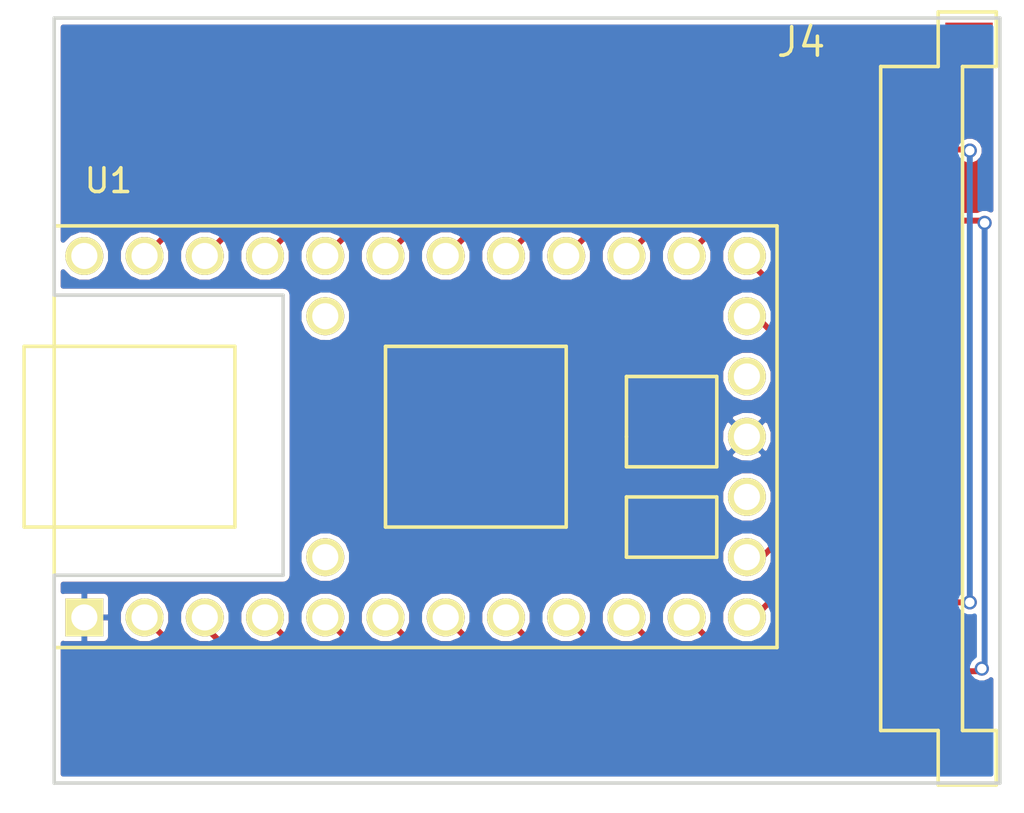
<source format=kicad_pcb>
(kicad_pcb (version 4) (host pcbnew 4.0.7)

  (general
    (links 30)
    (no_connects 0)
    (area 136.830999 83.236999 176.859001 115.645001)
    (thickness 1.6)
    (drawings 8)
    (tracks 137)
    (zones 0)
    (modules 2)
    (nets 26)
  )

  (page A4)
  (layers
    (0 F.Cu signal)
    (31 B.Cu signal)
    (32 B.Adhes user)
    (33 F.Adhes user)
    (34 B.Paste user)
    (35 F.Paste user)
    (36 B.SilkS user)
    (37 F.SilkS user)
    (38 B.Mask user)
    (39 F.Mask user)
    (40 Dwgs.User user)
    (41 Cmts.User user)
    (42 Eco1.User user)
    (43 Eco2.User user)
    (44 Edge.Cuts user)
    (45 Margin user)
    (46 B.CrtYd user)
    (47 F.CrtYd user)
    (48 B.Fab user)
    (49 F.Fab user)
  )

  (setup
    (last_trace_width 0.25)
    (trace_clearance 0.2)
    (zone_clearance 0.2)
    (zone_45_only no)
    (trace_min 0.2)
    (segment_width 0.2)
    (edge_width 0.15)
    (via_size 0.6)
    (via_drill 0.4)
    (via_min_size 0.4)
    (via_min_drill 0.3)
    (uvia_size 0.3)
    (uvia_drill 0.1)
    (uvias_allowed no)
    (uvia_min_size 0.2)
    (uvia_min_drill 0.1)
    (pcb_text_width 0.3)
    (pcb_text_size 1.5 1.5)
    (mod_edge_width 0.15)
    (mod_text_size 1 1)
    (mod_text_width 0.15)
    (pad_size 1.5 2)
    (pad_drill 0)
    (pad_to_mask_clearance 0.2)
    (aux_axis_origin 177.8 82.55)
    (grid_origin 177.8 82.55)
    (visible_elements 7FFFFFFF)
    (pcbplotparams
      (layerselection 0x010f0_80000001)
      (usegerberextensions true)
      (usegerberattributes true)
      (excludeedgelayer true)
      (linewidth 0.100000)
      (plotframeref false)
      (viasonmask false)
      (mode 1)
      (useauxorigin true)
      (hpglpennumber 1)
      (hpglpenspeed 20)
      (hpglpendiameter 15)
      (hpglpenoverlay 2)
      (psnegative false)
      (psa4output false)
      (plotreference false)
      (plotvalue false)
      (plotinvisibletext false)
      (padsonsilk false)
      (subtractmaskfromsilk false)
      (outputformat 1)
      (mirror false)
      (drillshape 0)
      (scaleselection 1)
      (outputdirectory gerbers/))
  )

  (net 0 "")
  (net 1 GND)
  (net 2 ROW2)
  (net 3 ROW1)
  (net 4 COL0)
  (net 5 ROW0)
  (net 6 COL1)
  (net 7 ROW3)
  (net 8 COL2)
  (net 9 ROW4)
  (net 10 COL3)
  (net 11 ROW5)
  (net 12 COL4)
  (net 13 COL5)
  (net 14 ROW6)
  (net 15 COL6)
  (net 16 COL7)
  (net 17 ROW7)
  (net 18 ROW8)
  (net 19 ROW9)
  (net 20 ROW10)
  (net 21 ROW11)
  (net 22 ROW12)
  (net 23 ROW13)
  (net 24 ROW14)
  (net 25 ROW15)

  (net_class Default "This is the default net class."
    (clearance 0.2)
    (trace_width 0.25)
    (via_dia 0.6)
    (via_drill 0.4)
    (uvia_dia 0.3)
    (uvia_drill 0.1)
    (add_net COL0)
    (add_net COL1)
    (add_net COL2)
    (add_net COL3)
    (add_net COL4)
    (add_net COL5)
    (add_net COL6)
    (add_net COL7)
    (add_net GND)
    (add_net ROW0)
    (add_net ROW1)
    (add_net ROW10)
    (add_net ROW11)
    (add_net ROW12)
    (add_net ROW13)
    (add_net ROW14)
    (add_net ROW15)
    (add_net ROW2)
    (add_net ROW3)
    (add_net ROW4)
    (add_net ROW5)
    (add_net ROW6)
    (add_net ROW7)
    (add_net ROW8)
    (add_net ROW9)
  )

  (module .pretty:FPC_28 (layer F.Cu) (tedit 5AA573DA) (tstamp 5AA56983)
    (at 173.482 99.354 90)
    (path /5AA56277)
    (fp_text reference J4 (at 15.026 -5.08 180) (layer F.SilkS)
      (effects (font (size 1.2 1.2) (thickness 0.15)))
    )
    (fp_text value Conn_01x30 (at -0.214 2.794 90) (layer F.Fab)
      (effects (font (size 1.2 1.2) (thickness 0.15)))
    )
    (fp_line (start -14 -1.725) (end 14 -1.725) (layer F.SilkS) (width 0.15))
    (fp_line (start -14 1.725) (end 14 1.725) (layer F.SilkS) (width 0.15))
    (fp_line (start -14 1.725) (end -14 3.15) (layer F.SilkS) (width 0.15))
    (fp_line (start 14 1.725) (end 14 3.15) (layer F.SilkS) (width 0.15))
    (fp_line (start -14 3.15) (end -16.3 3.15) (layer F.SilkS) (width 0.15))
    (fp_line (start 14 3.15) (end 16.3 3.15) (layer F.SilkS) (width 0.15))
    (fp_line (start -16.3 3.15) (end -16.3 0.7) (layer F.SilkS) (width 0.15))
    (fp_line (start 16.3 3.15) (end 16.3 0.7) (layer F.SilkS) (width 0.15))
    (fp_line (start -16.3 0.7) (end -14 0.7) (layer F.SilkS) (width 0.15))
    (fp_line (start 16.3 0.7) (end 14 0.7) (layer F.SilkS) (width 0.15))
    (fp_line (start -14 0.7) (end -14 -1.725) (layer F.SilkS) (width 0.15))
    (fp_line (start 14 0.7) (end 14 -1.725) (layer F.SilkS) (width 0.15))
    (pad 1 smd rect (at -13.5 0 90) (size 0.5 3) (layers F.Cu F.Paste F.Mask)
      (net 5 ROW0))
    (pad 2 smd rect (at -12.5 0 90) (size 0.5 3) (layers F.Cu F.Paste F.Mask)
      (net 4 COL0))
    (pad 3 smd rect (at -11.5 0 90) (size 0.5 3) (layers F.Cu F.Paste F.Mask)
      (net 3 ROW1))
    (pad 4 smd rect (at -10.5 0 90) (size 0.5 3) (layers F.Cu F.Paste F.Mask)
      (net 2 ROW2))
    (pad 5 smd rect (at -9.5 0 90) (size 0.5 3) (layers F.Cu F.Paste F.Mask)
      (net 6 COL1))
    (pad 6 smd rect (at -8.5 0 90) (size 0.5 3) (layers F.Cu F.Paste F.Mask)
      (net 7 ROW3))
    (pad 7 smd rect (at -7.5 0 90) (size 0.5 3) (layers F.Cu F.Paste F.Mask)
      (net 8 COL2))
    (pad 8 smd rect (at -6.5 0 90) (size 0.5 3) (layers F.Cu F.Paste F.Mask)
      (net 9 ROW4))
    (pad 9 smd rect (at -5.5 0 90) (size 0.5 3) (layers F.Cu F.Paste F.Mask)
      (net 10 COL3))
    (pad 10 smd rect (at -4.5 0 90) (size 0.5 3) (layers F.Cu F.Paste F.Mask)
      (net 11 ROW5))
    (pad 11 smd rect (at -3.5 0 90) (size 0.5 3) (layers F.Cu F.Paste F.Mask)
      (net 12 COL4))
    (pad 12 smd rect (at -2.5 0 90) (size 0.5 3) (layers F.Cu F.Paste F.Mask)
      (net 13 COL5))
    (pad 13 smd rect (at -1.5 0 90) (size 0.5 3) (layers F.Cu F.Paste F.Mask)
      (net 14 ROW6))
    (pad 14 smd rect (at -0.5 0 90) (size 0.5 3) (layers F.Cu F.Paste F.Mask)
      (net 15 COL6))
    (pad 15 smd rect (at 0.5 0 90) (size 0.5 3) (layers F.Cu F.Paste F.Mask)
      (net 16 COL7))
    (pad 16 smd rect (at 1.5 0 90) (size 0.5 3) (layers F.Cu F.Paste F.Mask)
      (net 17 ROW7))
    (pad 17 smd rect (at 2.5 0 90) (size 0.5 3) (layers F.Cu F.Paste F.Mask)
      (net 18 ROW8))
    (pad 18 smd rect (at 3.5 0 90) (size 0.5 3) (layers F.Cu F.Paste F.Mask)
      (net 19 ROW9))
    (pad 19 smd rect (at 4.5 0 90) (size 0.5 3) (layers F.Cu F.Paste F.Mask)
      (net 20 ROW10))
    (pad 20 smd rect (at 5.5 0 90) (size 0.5 3) (layers F.Cu F.Paste F.Mask)
      (net 21 ROW11))
    (pad 21 smd rect (at 6.5 0 90) (size 0.5 3) (layers F.Cu F.Paste F.Mask)
      (net 22 ROW12))
    (pad 22 smd rect (at 7.5 0 90) (size 0.5 3) (layers F.Cu F.Paste F.Mask)
      (net 3 ROW1))
    (pad 23 smd rect (at 8.5 0 90) (size 0.5 3) (layers F.Cu F.Paste F.Mask)
      (net 23 ROW13))
    (pad 24 smd rect (at 9.5 0 90) (size 0.5 3) (layers F.Cu F.Paste F.Mask)
      (net 24 ROW14))
    (pad 25 smd rect (at 10.5 0 90) (size 0.5 3) (layers F.Cu F.Paste F.Mask)
      (net 7 ROW3))
    (pad 26 smd rect (at 11.5 0 90) (size 0.5 3) (layers F.Cu F.Paste F.Mask)
      (net 25 ROW15))
    (pad 27 smd rect (at 12.5 0 90) (size 0.5 3) (layers F.Cu F.Paste F.Mask))
    (pad 28 smd rect (at 13.5 0 90) (size 0.5 3) (layers F.Cu F.Paste F.Mask)
      (net 1 GND))
    (pad 29 smd rect (at -15.1 2 90) (size 1.5 2) (layers F.Cu F.Paste F.Mask)
      (net 1 GND))
    (pad 30 smd rect (at 15.1 2 90) (size 1.5 2) (layers F.Cu F.Paste F.Mask)
      (net 1 GND))
  )

  (module teensy:Teensy2.0 (layer F.Cu) (tedit 581B9E8B) (tstamp 5AA569CB)
    (at 152.146 100.965)
    (descr 11)
    (path /5AA58B8A)
    (fp_text reference U1 (at -12.954 -10.795) (layer F.SilkS)
      (effects (font (size 1 1) (thickness 0.15)))
    )
    (fp_text value Teensy2.0 (at 0 10.16) (layer F.Fab)
      (effects (font (size 1 1) (thickness 0.15)))
    )
    (fp_line (start 12.7 2.54) (end 8.89 2.54) (layer F.SilkS) (width 0.15))
    (fp_line (start 8.89 2.54) (end 8.89 5.08) (layer F.SilkS) (width 0.15))
    (fp_line (start 8.89 5.08) (end 12.7 5.08) (layer F.SilkS) (width 0.15))
    (fp_line (start 12.7 5.08) (end 12.7 2.54) (layer F.SilkS) (width 0.15))
    (fp_line (start 12.7 -2.54) (end 8.89 -2.54) (layer F.SilkS) (width 0.15))
    (fp_line (start 8.89 -2.54) (end 8.89 0) (layer F.SilkS) (width 0.15))
    (fp_line (start 8.89 0) (end 8.89 1.27) (layer F.SilkS) (width 0.15))
    (fp_line (start 8.89 1.27) (end 12.7 1.27) (layer F.SilkS) (width 0.15))
    (fp_line (start 12.7 1.27) (end 12.7 -2.54) (layer F.SilkS) (width 0.15))
    (fp_line (start -1.27 3.81) (end 6.35 3.81) (layer F.SilkS) (width 0.15))
    (fp_line (start 6.35 3.81) (end 6.35 -3.81) (layer F.SilkS) (width 0.15))
    (fp_line (start 6.35 -3.81) (end -1.27 -3.81) (layer F.SilkS) (width 0.15))
    (fp_line (start -1.27 -3.81) (end -1.27 3.81) (layer F.SilkS) (width 0.15))
    (fp_line (start -7.62 3.81) (end -16.51 3.81) (layer F.SilkS) (width 0.15))
    (fp_line (start -16.51 3.81) (end -16.51 -3.81) (layer F.SilkS) (width 0.15))
    (fp_line (start -16.51 -3.81) (end -7.62 -3.81) (layer F.SilkS) (width 0.15))
    (fp_line (start -7.62 -3.81) (end -7.62 3.81) (layer F.SilkS) (width 0.15))
    (fp_line (start -15.24 -8.89) (end 15.24 -8.89) (layer F.SilkS) (width 0.15))
    (fp_line (start 15.24 -8.89) (end 15.24 8.89) (layer F.SilkS) (width 0.15))
    (fp_line (start 15.24 8.89) (end -15.24 8.89) (layer F.SilkS) (width 0.15))
    (fp_line (start -15.24 8.89) (end -15.24 -8.89) (layer F.SilkS) (width 0.15))
    (pad 15 thru_hole circle (at 13.97 0) (size 1.6 1.6) (drill 1.1) (layers *.Cu *.Mask F.SilkS)
      (net 1 GND))
    (pad 1 thru_hole rect (at -13.97 7.62) (size 1.6 1.6) (drill 1.1) (layers *.Cu *.Mask F.SilkS)
      (net 1 GND))
    (pad 2 thru_hole circle (at -11.43 7.62) (size 1.6 1.6) (drill 1.1) (layers *.Cu *.Mask F.SilkS)
      (net 5 ROW0))
    (pad 3 thru_hole circle (at -8.89 7.62) (size 1.6 1.6) (drill 1.1) (layers *.Cu *.Mask F.SilkS)
      (net 4 COL0))
    (pad 4 thru_hole circle (at -6.35 7.62) (size 1.6 1.6) (drill 1.1) (layers *.Cu *.Mask F.SilkS)
      (net 3 ROW1))
    (pad 5 thru_hole circle (at -3.81 7.62) (size 1.6 1.6) (drill 1.1) (layers *.Cu *.Mask F.SilkS)
      (net 2 ROW2))
    (pad 6 thru_hole circle (at -1.27 7.62) (size 1.6 1.6) (drill 1.1) (layers *.Cu *.Mask F.SilkS)
      (net 6 COL1))
    (pad 7 thru_hole circle (at 1.27 7.62) (size 1.6 1.6) (drill 1.1) (layers *.Cu *.Mask F.SilkS)
      (net 7 ROW3))
    (pad 8 thru_hole circle (at 3.81 7.62) (size 1.6 1.6) (drill 1.1) (layers *.Cu *.Mask F.SilkS)
      (net 8 COL2))
    (pad 9 thru_hole circle (at 6.35 7.62) (size 1.6 1.6) (drill 1.1) (layers *.Cu *.Mask F.SilkS)
      (net 9 ROW4))
    (pad 10 thru_hole circle (at 8.89 7.62) (size 1.6 1.6) (drill 1.1) (layers *.Cu *.Mask F.SilkS)
      (net 10 COL3))
    (pad 11 thru_hole circle (at 11.43 7.62) (size 1.6 1.6) (drill 1.1) (layers *.Cu *.Mask F.SilkS)
      (net 11 ROW5))
    (pad 12 thru_hole circle (at 13.97 7.62) (size 1.6 1.6) (drill 1.1) (layers *.Cu *.Mask F.SilkS)
      (net 12 COL4))
    (pad 13 thru_hole circle (at 13.97 5.08) (size 1.6 1.6) (drill 1.1) (layers *.Cu *.Mask F.SilkS)
      (net 13 COL5))
    (pad 14 thru_hole circle (at 13.97 2.54) (size 1.6 1.6) (drill 1.1) (layers *.Cu *.Mask F.SilkS))
    (pad 16 thru_hole circle (at 13.97 -2.54) (size 1.6 1.6) (drill 1.1) (layers *.Cu *.Mask F.SilkS))
    (pad 17 thru_hole circle (at 13.97 -5.08) (size 1.6 1.6) (drill 1.1) (layers *.Cu *.Mask F.SilkS)
      (net 14 ROW6))
    (pad 18 thru_hole circle (at 13.97 -7.62) (size 1.6 1.6) (drill 1.1) (layers *.Cu *.Mask F.SilkS)
      (net 15 COL6))
    (pad 19 thru_hole circle (at 11.43 -7.62) (size 1.6 1.6) (drill 1.1) (layers *.Cu *.Mask F.SilkS)
      (net 16 COL7))
    (pad 20 thru_hole circle (at 8.89 -7.62) (size 1.6 1.6) (drill 1.1) (layers *.Cu *.Mask F.SilkS)
      (net 17 ROW7))
    (pad 21 thru_hole circle (at 6.35 -7.62) (size 1.6 1.6) (drill 1.1) (layers *.Cu *.Mask F.SilkS)
      (net 18 ROW8))
    (pad 22 thru_hole circle (at 3.81 -7.62) (size 1.6 1.6) (drill 1.1) (layers *.Cu *.Mask F.SilkS)
      (net 19 ROW9))
    (pad 23 thru_hole circle (at 1.27 -7.62) (size 1.6 1.6) (drill 1.1) (layers *.Cu *.Mask F.SilkS)
      (net 20 ROW10))
    (pad 24 thru_hole circle (at -1.27 -7.62) (size 1.6 1.6) (drill 1.1) (layers *.Cu *.Mask F.SilkS)
      (net 21 ROW11))
    (pad 25 thru_hole circle (at -3.81 -7.62) (size 1.6 1.6) (drill 1.1) (layers *.Cu *.Mask F.SilkS)
      (net 22 ROW12))
    (pad 26 thru_hole circle (at -6.35 -7.62) (size 1.6 1.6) (drill 1.1) (layers *.Cu *.Mask F.SilkS)
      (net 23 ROW13))
    (pad 27 thru_hole circle (at -8.89 -7.62) (size 1.6 1.6) (drill 1.1) (layers *.Cu *.Mask F.SilkS)
      (net 24 ROW14))
    (pad 28 thru_hole circle (at -11.43 -7.62) (size 1.6 1.6) (drill 1.1) (layers *.Cu *.Mask F.SilkS)
      (net 25 ROW15))
    (pad 29 thru_hole circle (at -13.97 -7.62) (size 1.6 1.6) (drill 1.1) (layers *.Cu *.Mask F.SilkS))
    (pad 30 thru_hole circle (at -3.81 5.08) (size 1.6 1.6) (drill 1.1) (layers *.Cu *.Mask F.SilkS))
    (pad 31 thru_hole circle (at -3.81 -5.08) (size 1.6 1.6) (drill 1.1) (layers *.Cu *.Mask F.SilkS))
  )

  (gr_line (start 136.906 94.996) (end 136.906 83.312) (layer Edge.Cuts) (width 0.15))
  (gr_line (start 136.906 106.807) (end 136.906 115.57) (layer Edge.Cuts) (width 0.15))
  (gr_line (start 146.558 106.807) (end 136.906 106.807) (layer Edge.Cuts) (width 0.15))
  (gr_line (start 146.558 94.996) (end 146.558 106.807) (layer Edge.Cuts) (width 0.15))
  (gr_line (start 136.906 94.996) (end 146.558 94.996) (layer Edge.Cuts) (width 0.15))
  (gr_line (start 136.906 83.312) (end 176.784 83.312) (layer Edge.Cuts) (width 0.15))
  (gr_line (start 176.784 115.57) (end 136.906 115.57) (layer Edge.Cuts) (width 0.15))
  (gr_line (start 176.784 83.312) (end 176.784 115.57) (layer Edge.Cuts) (width 0.15))

  (segment (start 172.049827 109.854) (end 173.482 109.854) (width 0.25) (layer F.Cu) (net 2))
  (segment (start 159.045327 111.806971) (end 159.668202 112.429846) (width 0.25) (layer F.Cu) (net 2))
  (segment (start 148.336 108.585) (end 151.55797 111.80697) (width 0.25) (layer F.Cu) (net 2))
  (segment (start 159.668202 112.429846) (end 169.473981 112.429846) (width 0.25) (layer F.Cu) (net 2))
  (segment (start 169.473981 112.429846) (end 172.049827 109.854) (width 0.25) (layer F.Cu) (net 2))
  (segment (start 151.55797 111.80697) (end 159.045327 111.806971) (width 0.25) (layer F.Cu) (net 2))
  (segment (start 158.858926 112.256981) (end 159.481802 112.879857) (width 0.25) (layer F.Cu) (net 3))
  (segment (start 172.039216 110.854) (end 173.482 110.854) (width 0.25) (layer F.Cu) (net 3))
  (segment (start 149.46798 112.25698) (end 158.858926 112.256981) (width 0.25) (layer F.Cu) (net 3))
  (segment (start 159.481802 112.879857) (end 170.013359 112.879857) (width 0.25) (layer F.Cu) (net 3))
  (segment (start 145.796 108.585) (end 149.46798 112.25698) (width 0.25) (layer F.Cu) (net 3))
  (segment (start 170.013359 112.879857) (end 172.039216 110.854) (width 0.25) (layer F.Cu) (net 3))
  (segment (start 176.022 110.744) (end 175.912 110.854) (width 0.25) (layer F.Cu) (net 3))
  (segment (start 175.912 110.854) (end 173.482 110.854) (width 0.25) (layer F.Cu) (net 3))
  (segment (start 176.139 91.948) (end 176.139 110.627) (width 0.25) (layer B.Cu) (net 3))
  (segment (start 176.139 110.627) (end 176.022 110.744) (width 0.25) (layer B.Cu) (net 3))
  (via (at 176.022 110.744) (size 0.6) (drill 0.4) (layers F.Cu B.Cu) (net 3))
  (segment (start 173.482 91.854) (end 176.045 91.854) (width 0.25) (layer F.Cu) (net 3))
  (segment (start 176.045 91.854) (end 176.139 91.948) (width 0.25) (layer F.Cu) (net 3))
  (via (at 176.139 91.948) (size 0.6) (drill 0.4) (layers F.Cu B.Cu) (net 3))
  (segment (start 171.863735 111.854) (end 173.482 111.854) (width 0.25) (layer F.Cu) (net 4))
  (segment (start 159.295402 113.329868) (end 170.387867 113.329868) (width 0.25) (layer F.Cu) (net 4))
  (segment (start 143.256 108.585) (end 143.256 108.96872) (width 0.25) (layer F.Cu) (net 4))
  (segment (start 170.387867 113.329868) (end 171.863735 111.854) (width 0.25) (layer F.Cu) (net 4))
  (segment (start 146.99427 112.70699) (end 158.672525 112.706991) (width 0.25) (layer F.Cu) (net 4))
  (segment (start 143.256 108.96872) (end 146.99427 112.70699) (width 0.25) (layer F.Cu) (net 4))
  (segment (start 158.672525 112.706991) (end 159.295402 113.329868) (width 0.25) (layer F.Cu) (net 4))
  (segment (start 172.088562 112.854) (end 173.482 112.854) (width 0.25) (layer F.Cu) (net 5))
  (segment (start 171.162683 113.779879) (end 172.088562 112.854) (width 0.25) (layer F.Cu) (net 5))
  (segment (start 145.288 113.157) (end 158.486124 113.157001) (width 0.25) (layer F.Cu) (net 5))
  (segment (start 158.486124 113.157001) (end 159.109002 113.779879) (width 0.25) (layer F.Cu) (net 5))
  (segment (start 159.109002 113.779879) (end 171.162683 113.779879) (width 0.25) (layer F.Cu) (net 5))
  (segment (start 140.716 108.585) (end 145.288 113.157) (width 0.25) (layer F.Cu) (net 5))
  (segment (start 159.231728 111.356961) (end 159.854602 111.979835) (width 0.25) (layer F.Cu) (net 6))
  (segment (start 153.64796 111.35696) (end 159.231728 111.356961) (width 0.25) (layer F.Cu) (net 6))
  (segment (start 168.95459 111.979835) (end 172.080425 108.854) (width 0.25) (layer F.Cu) (net 6))
  (segment (start 159.854602 111.979835) (end 168.95459 111.979835) (width 0.25) (layer F.Cu) (net 6))
  (segment (start 172.080425 108.854) (end 173.482 108.854) (width 0.25) (layer F.Cu) (net 6))
  (segment (start 150.876 108.585) (end 153.64796 111.35696) (width 0.25) (layer F.Cu) (net 6))
  (segment (start 160.041002 111.529824) (end 168.415211 111.529824) (width 0.25) (layer F.Cu) (net 7))
  (segment (start 153.416 108.585) (end 155.73795 110.90695) (width 0.25) (layer F.Cu) (net 7))
  (segment (start 159.418129 110.906951) (end 160.041002 111.529824) (width 0.25) (layer F.Cu) (net 7))
  (segment (start 168.415211 111.529824) (end 172.091035 107.854) (width 0.25) (layer F.Cu) (net 7))
  (segment (start 172.091035 107.854) (end 173.482 107.854) (width 0.25) (layer F.Cu) (net 7))
  (segment (start 155.73795 110.90695) (end 159.418129 110.906951) (width 0.25) (layer F.Cu) (net 7))
  (segment (start 175.514 107.95) (end 173.578 107.95) (width 0.25) (layer F.Cu) (net 7))
  (segment (start 173.578 107.95) (end 173.482 107.854) (width 0.25) (layer F.Cu) (net 7))
  (segment (start 175.514 88.9) (end 175.514 107.95) (width 0.25) (layer B.Cu) (net 7))
  (via (at 175.514 107.95) (size 0.6) (drill 0.4) (layers F.Cu B.Cu) (net 7))
  (segment (start 173.482 88.854) (end 175.468 88.854) (width 0.25) (layer F.Cu) (net 7))
  (segment (start 175.468 88.854) (end 175.514 88.9) (width 0.25) (layer F.Cu) (net 7))
  (via (at 175.514 88.9) (size 0.6) (drill 0.4) (layers F.Cu B.Cu) (net 7))
  (segment (start 159.604529 110.45694) (end 160.227402 111.079813) (width 0.25) (layer F.Cu) (net 8))
  (segment (start 160.227402 111.079813) (end 167.880617 111.079813) (width 0.25) (layer F.Cu) (net 8))
  (segment (start 157.82794 110.45694) (end 159.604529 110.45694) (width 0.25) (layer F.Cu) (net 8))
  (segment (start 155.956 108.585) (end 157.82794 110.45694) (width 0.25) (layer F.Cu) (net 8))
  (segment (start 167.880617 111.079813) (end 172.10643 106.854) (width 0.25) (layer F.Cu) (net 8))
  (segment (start 172.10643 106.854) (end 173.482 106.854) (width 0.25) (layer F.Cu) (net 8))
  (segment (start 158.496 108.585) (end 160.540802 110.629802) (width 0.25) (layer F.Cu) (net 9))
  (segment (start 172.134599 105.854) (end 173.482 105.854) (width 0.25) (layer F.Cu) (net 9))
  (segment (start 160.540802 110.629802) (end 167.358797 110.629802) (width 0.25) (layer F.Cu) (net 9))
  (segment (start 167.358797 110.629802) (end 172.134599 105.854) (width 0.25) (layer F.Cu) (net 9))
  (segment (start 172.146998 105.854) (end 173.482 105.854) (width 0.25) (layer F.Cu) (net 9))
  (segment (start 169.983991 107.017007) (end 172.146998 104.854) (width 0.25) (layer F.Cu) (net 10))
  (segment (start 167.172397 110.179791) (end 169.983991 107.368197) (width 0.25) (layer F.Cu) (net 10))
  (segment (start 161.036 108.585) (end 162.630791 110.179791) (width 0.25) (layer F.Cu) (net 10))
  (segment (start 169.983991 107.368197) (end 169.983991 107.017007) (width 0.25) (layer F.Cu) (net 10))
  (segment (start 172.146998 104.854) (end 173.482 104.854) (width 0.25) (layer F.Cu) (net 10))
  (segment (start 162.630791 110.179791) (end 167.172397 110.179791) (width 0.25) (layer F.Cu) (net 10))
  (segment (start 166.985997 109.72978) (end 169.53398 107.181797) (width 0.25) (layer F.Cu) (net 11))
  (segment (start 164.72078 109.72978) (end 166.985997 109.72978) (width 0.25) (layer F.Cu) (net 11))
  (segment (start 169.533981 106.467017) (end 172.146998 103.854) (width 0.25) (layer F.Cu) (net 11))
  (segment (start 169.53398 107.181797) (end 169.533981 106.467017) (width 0.25) (layer F.Cu) (net 11))
  (segment (start 172.146998 103.854) (end 173.482 103.854) (width 0.25) (layer F.Cu) (net 11))
  (segment (start 163.576 108.585) (end 164.72078 109.72978) (width 0.25) (layer F.Cu) (net 11))
  (segment (start 166.116 108.585) (end 166.415998 108.585) (width 0.25) (layer F.Cu) (net 12))
  (segment (start 166.415998 108.585) (end 172.146998 102.854) (width 0.25) (layer F.Cu) (net 12))
  (segment (start 172.146998 102.854) (end 173.482 102.854) (width 0.25) (layer F.Cu) (net 12))
  (segment (start 166.116 106.045) (end 166.751 106.045) (width 0.25) (layer F.Cu) (net 13))
  (segment (start 166.751 106.045) (end 170.942 101.854) (width 0.25) (layer F.Cu) (net 13))
  (segment (start 170.942 101.854) (end 173.482 101.854) (width 0.25) (layer F.Cu) (net 13))
  (segment (start 166.497 95.885) (end 171.466 100.854) (width 0.25) (layer F.Cu) (net 14))
  (segment (start 171.466 100.854) (end 173.482 100.854) (width 0.25) (layer F.Cu) (net 14))
  (segment (start 166.116 95.885) (end 166.497 95.885) (width 0.25) (layer F.Cu) (net 14))
  (segment (start 166.116 93.345) (end 166.116 93.472) (width 0.25) (layer F.Cu) (net 15))
  (segment (start 166.116 93.472) (end 167.498942 94.854942) (width 0.25) (layer F.Cu) (net 15))
  (segment (start 167.498942 94.854942) (end 167.498942 95.642718) (width 0.25) (layer F.Cu) (net 15))
  (segment (start 167.498942 95.642718) (end 171.710224 99.854) (width 0.25) (layer F.Cu) (net 15))
  (segment (start 171.710224 99.854) (end 173.482 99.854) (width 0.25) (layer F.Cu) (net 15))
  (segment (start 163.576 93.345) (end 164.973 91.948) (width 0.25) (layer F.Cu) (net 16))
  (segment (start 168.01541 93.24263) (end 168.01541 95.056958) (width 0.25) (layer F.Cu) (net 16))
  (segment (start 164.973 91.948) (end 166.72078 91.948) (width 0.25) (layer F.Cu) (net 16))
  (segment (start 166.72078 91.948) (end 168.01541 93.24263) (width 0.25) (layer F.Cu) (net 16))
  (segment (start 168.01541 95.056958) (end 171.812452 98.854) (width 0.25) (layer F.Cu) (net 16))
  (segment (start 171.812452 98.854) (end 173.482 98.854) (width 0.25) (layer F.Cu) (net 16))
  (segment (start 173.482 97.854) (end 171.816267 97.854) (width 0.25) (layer F.Cu) (net 17))
  (segment (start 171.816267 97.854) (end 168.465421 94.503154) (width 0.25) (layer F.Cu) (net 17))
  (segment (start 168.465421 94.503154) (end 168.465421 93.05623) (width 0.25) (layer F.Cu) (net 17))
  (segment (start 168.465421 93.05623) (end 166.90718 91.497989) (width 0.25) (layer F.Cu) (net 17))
  (segment (start 162.88301 91.49799) (end 161.036 93.345) (width 0.25) (layer F.Cu) (net 17))
  (segment (start 166.90718 91.497989) (end 162.88301 91.49799) (width 0.25) (layer F.Cu) (net 17))
  (segment (start 173.482 96.854) (end 171.780716 96.854) (width 0.25) (layer F.Cu) (net 18))
  (segment (start 171.780716 96.854) (end 168.915432 93.988716) (width 0.25) (layer F.Cu) (net 18))
  (segment (start 160.79302 91.04798) (end 158.496 93.345) (width 0.25) (layer F.Cu) (net 18))
  (segment (start 168.915432 93.988716) (end 168.915432 92.86983) (width 0.25) (layer F.Cu) (net 18))
  (segment (start 168.915432 92.86983) (end 167.093579 91.047979) (width 0.25) (layer F.Cu) (net 18))
  (segment (start 167.093579 91.047979) (end 160.79302 91.04798) (width 0.25) (layer F.Cu) (net 18))
  (segment (start 173.482 95.854) (end 171.745165 95.854) (width 0.25) (layer F.Cu) (net 19))
  (segment (start 171.745165 95.854) (end 169.365443 93.474278) (width 0.25) (layer F.Cu) (net 19))
  (segment (start 169.365443 93.474278) (end 169.365443 92.68343) (width 0.25) (layer F.Cu) (net 19))
  (segment (start 169.365443 92.68343) (end 167.279978 90.597969) (width 0.25) (layer F.Cu) (net 19))
  (segment (start 167.279978 90.597969) (end 158.70303 90.59797) (width 0.25) (layer F.Cu) (net 19))
  (segment (start 158.70303 90.59797) (end 155.956 93.345) (width 0.25) (layer F.Cu) (net 19))
  (segment (start 156.61304 90.14796) (end 153.416 93.345) (width 0.25) (layer F.Cu) (net 20))
  (segment (start 167.466367 90.14796) (end 156.61304 90.14796) (width 0.25) (layer F.Cu) (net 20))
  (segment (start 172.172418 94.854) (end 167.466377 90.147959) (width 0.25) (layer F.Cu) (net 20))
  (segment (start 167.466377 90.147959) (end 167.466367 90.14796) (width 0.25) (layer F.Cu) (net 20))
  (segment (start 173.482 94.854) (end 172.172418 94.854) (width 0.25) (layer F.Cu) (net 20))
  (segment (start 167.678384 89.69795) (end 154.52305 89.69795) (width 0.25) (layer F.Cu) (net 21))
  (segment (start 171.834434 93.854) (end 167.678384 89.69795) (width 0.25) (layer F.Cu) (net 21))
  (segment (start 154.52305 89.69795) (end 150.876 93.345) (width 0.25) (layer F.Cu) (net 21))
  (segment (start 173.482 93.854) (end 171.834434 93.854) (width 0.25) (layer F.Cu) (net 21))
  (segment (start 171.501729 92.854) (end 167.895669 89.24794) (width 0.25) (layer F.Cu) (net 22))
  (segment (start 173.482 92.854) (end 171.501729 92.854) (width 0.25) (layer F.Cu) (net 22))
  (segment (start 152.43306 89.24794) (end 148.336 93.345) (width 0.25) (layer F.Cu) (net 22))
  (segment (start 167.895669 89.24794) (end 152.43306 89.24794) (width 0.25) (layer F.Cu) (net 22))
  (segment (start 173.482 90.854) (end 170.169021 90.854) (width 0.25) (layer F.Cu) (net 23))
  (segment (start 168.112951 88.79793) (end 150.34307 88.79793) (width 0.25) (layer F.Cu) (net 23))
  (segment (start 170.169021 90.854) (end 168.112951 88.79793) (width 0.25) (layer F.Cu) (net 23))
  (segment (start 150.34307 88.79793) (end 145.796 93.345) (width 0.25) (layer F.Cu) (net 23))
  (segment (start 173.482 89.854) (end 169.805435 89.854) (width 0.25) (layer F.Cu) (net 24))
  (segment (start 169.805435 89.854) (end 168.299355 88.34792) (width 0.25) (layer F.Cu) (net 24))
  (segment (start 148.25308 88.34792) (end 143.256 93.345) (width 0.25) (layer F.Cu) (net 24))
  (segment (start 168.299355 88.34792) (end 148.25308 88.34792) (width 0.25) (layer F.Cu) (net 24))
  (segment (start 173.482 87.854) (end 146.228288 87.854) (width 0.25) (layer F.Cu) (net 25))
  (segment (start 146.228288 87.854) (end 140.737288 93.345) (width 0.25) (layer F.Cu) (net 25))
  (segment (start 140.737288 93.345) (end 140.716 93.345) (width 0.25) (layer F.Cu) (net 25))

  (zone (net 1) (net_name GND) (layer F.Cu) (tstamp 0) (hatch edge 0.508)
    (connect_pads (clearance 0.2))
    (min_thickness 0.2)
    (fill yes (arc_segments 16) (thermal_gap 0.2) (thermal_bridge_width 0.24))
    (polygon
      (pts
        (xy 134.62 82.55) (xy 177.8 82.55) (xy 177.8 116.84) (xy 134.62 116.84)
      )
    )
    (filled_polygon
      (pts
        (xy 174.182 84.159) (xy 174.257 84.234) (xy 175.462 84.234) (xy 175.462 84.214) (xy 175.502 84.214)
        (xy 175.502 84.234) (xy 175.522 84.234) (xy 175.522 84.274) (xy 175.502 84.274) (xy 175.502 85.229)
        (xy 175.577 85.304) (xy 176.409 85.304) (xy 176.409 91.410443) (xy 176.258871 91.348104) (xy 176.020176 91.347896)
        (xy 175.823889 91.429) (xy 175.225887 91.429) (xy 175.201255 91.390721) (xy 175.147506 91.353996) (xy 175.195279 91.323255)
        (xy 175.263778 91.223003) (xy 175.287877 91.104) (xy 175.287877 90.604) (xy 175.266958 90.492827) (xy 175.201255 90.390721)
        (xy 175.147506 90.353996) (xy 175.195279 90.323255) (xy 175.263778 90.223003) (xy 175.287877 90.104) (xy 175.287877 89.604)
        (xy 175.266958 89.492827) (xy 175.226796 89.430414) (xy 175.394129 89.499896) (xy 175.632824 89.500104) (xy 175.853429 89.408952)
        (xy 176.022359 89.240317) (xy 176.113896 89.019871) (xy 176.114104 88.781176) (xy 176.022952 88.560571) (xy 175.854317 88.391641)
        (xy 175.633871 88.300104) (xy 175.395176 88.299896) (xy 175.191498 88.384054) (xy 175.147506 88.353996) (xy 175.195279 88.323255)
        (xy 175.263778 88.223003) (xy 175.287877 88.104) (xy 175.287877 87.604) (xy 175.266958 87.492827) (xy 175.201255 87.390721)
        (xy 175.147506 87.353996) (xy 175.195279 87.323255) (xy 175.263778 87.223003) (xy 175.287877 87.104) (xy 175.287877 86.604)
        (xy 175.266958 86.492827) (xy 175.201255 86.390721) (xy 175.152711 86.357553) (xy 175.236328 86.273937) (xy 175.282 86.163674)
        (xy 175.282 85.949) (xy 175.207 85.874) (xy 173.502 85.874) (xy 173.502 85.894) (xy 173.462 85.894)
        (xy 173.462 85.874) (xy 171.757 85.874) (xy 171.682 85.949) (xy 171.682 86.163674) (xy 171.727672 86.273937)
        (xy 171.811168 86.357432) (xy 171.768721 86.384745) (xy 171.700222 86.484997) (xy 171.676123 86.604) (xy 171.676123 87.104)
        (xy 171.697042 87.215173) (xy 171.762745 87.317279) (xy 171.816494 87.354004) (xy 171.768721 87.384745) (xy 171.738483 87.429)
        (xy 146.228288 87.429) (xy 146.065647 87.461351) (xy 145.927768 87.553479) (xy 141.147949 92.333299) (xy 140.935763 92.245192)
        (xy 140.498156 92.24481) (xy 140.093714 92.411922) (xy 139.784009 92.721087) (xy 139.616192 93.125237) (xy 139.61581 93.562844)
        (xy 139.782922 93.967286) (xy 140.092087 94.276991) (xy 140.496237 94.444808) (xy 140.933844 94.44519) (xy 141.338286 94.278078)
        (xy 141.647991 93.968913) (xy 141.815808 93.564763) (xy 141.81619 93.127156) (xy 141.740166 92.943163) (xy 146.404329 88.279)
        (xy 147.720959 88.279) (xy 143.672907 92.327053) (xy 143.475763 92.245192) (xy 143.038156 92.24481) (xy 142.633714 92.411922)
        (xy 142.324009 92.721087) (xy 142.156192 93.125237) (xy 142.15581 93.562844) (xy 142.322922 93.967286) (xy 142.632087 94.276991)
        (xy 143.036237 94.444808) (xy 143.473844 94.44519) (xy 143.878286 94.278078) (xy 144.187991 93.968913) (xy 144.355808 93.564763)
        (xy 144.35619 93.127156) (xy 144.273941 92.928099) (xy 148.429121 88.77292) (xy 149.76704 88.77292) (xy 146.212907 92.327053)
        (xy 146.015763 92.245192) (xy 145.578156 92.24481) (xy 145.173714 92.411922) (xy 144.864009 92.721087) (xy 144.696192 93.125237)
        (xy 144.69581 93.562844) (xy 144.862922 93.967286) (xy 145.172087 94.276991) (xy 145.576237 94.444808) (xy 146.013844 94.44519)
        (xy 146.418286 94.278078) (xy 146.727991 93.968913) (xy 146.895808 93.564763) (xy 146.89619 93.127156) (xy 146.813941 92.928099)
        (xy 150.51911 89.22293) (xy 151.857029 89.22293) (xy 148.752907 92.327053) (xy 148.555763 92.245192) (xy 148.118156 92.24481)
        (xy 147.713714 92.411922) (xy 147.404009 92.721087) (xy 147.236192 93.125237) (xy 147.23581 93.562844) (xy 147.402922 93.967286)
        (xy 147.712087 94.276991) (xy 148.116237 94.444808) (xy 148.553844 94.44519) (xy 148.958286 94.278078) (xy 149.267991 93.968913)
        (xy 149.435808 93.564763) (xy 149.43619 93.127156) (xy 149.353941 92.928099) (xy 152.609101 89.67294) (xy 153.947019 89.67294)
        (xy 151.292907 92.327053) (xy 151.095763 92.245192) (xy 150.658156 92.24481) (xy 150.253714 92.411922) (xy 149.944009 92.721087)
        (xy 149.776192 93.125237) (xy 149.77581 93.562844) (xy 149.942922 93.967286) (xy 150.252087 94.276991) (xy 150.656237 94.444808)
        (xy 151.093844 94.44519) (xy 151.498286 94.278078) (xy 151.807991 93.968913) (xy 151.975808 93.564763) (xy 151.97619 93.127156)
        (xy 151.893941 92.928099) (xy 154.699091 90.12295) (xy 156.037009 90.12295) (xy 153.832907 92.327053) (xy 153.635763 92.245192)
        (xy 153.198156 92.24481) (xy 152.793714 92.411922) (xy 152.484009 92.721087) (xy 152.316192 93.125237) (xy 152.31581 93.562844)
        (xy 152.482922 93.967286) (xy 152.792087 94.276991) (xy 153.196237 94.444808) (xy 153.633844 94.44519) (xy 154.038286 94.278078)
        (xy 154.347991 93.968913) (xy 154.515808 93.564763) (xy 154.51619 93.127156) (xy 154.433941 92.928099) (xy 156.789081 90.57296)
        (xy 158.127 90.57296) (xy 156.372907 92.327053) (xy 156.175763 92.245192) (xy 155.738156 92.24481) (xy 155.333714 92.411922)
        (xy 155.024009 92.721087) (xy 154.856192 93.125237) (xy 154.85581 93.562844) (xy 155.022922 93.967286) (xy 155.332087 94.276991)
        (xy 155.736237 94.444808) (xy 156.173844 94.44519) (xy 156.578286 94.278078) (xy 156.887991 93.968913) (xy 157.055808 93.564763)
        (xy 157.05619 93.127156) (xy 156.973941 92.928099) (xy 158.87907 91.02297) (xy 160.21699 91.02297) (xy 158.912907 92.327053)
        (xy 158.715763 92.245192) (xy 158.278156 92.24481) (xy 157.873714 92.411922) (xy 157.564009 92.721087) (xy 157.396192 93.125237)
        (xy 157.39581 93.562844) (xy 157.562922 93.967286) (xy 157.872087 94.276991) (xy 158.276237 94.444808) (xy 158.713844 94.44519)
        (xy 159.118286 94.278078) (xy 159.427991 93.968913) (xy 159.595808 93.564763) (xy 159.59619 93.127156) (xy 159.513941 92.928099)
        (xy 160.96906 91.47298) (xy 162.306979 91.47298) (xy 161.452907 92.327053) (xy 161.255763 92.245192) (xy 160.818156 92.24481)
        (xy 160.413714 92.411922) (xy 160.104009 92.721087) (xy 159.936192 93.125237) (xy 159.93581 93.562844) (xy 160.102922 93.967286)
        (xy 160.412087 94.276991) (xy 160.816237 94.444808) (xy 161.253844 94.44519) (xy 161.658286 94.278078) (xy 161.967991 93.968913)
        (xy 162.135808 93.564763) (xy 162.13619 93.127156) (xy 162.053941 92.928099) (xy 163.059051 91.92299) (xy 164.39697 91.92299)
        (xy 163.992907 92.327053) (xy 163.795763 92.245192) (xy 163.358156 92.24481) (xy 162.953714 92.411922) (xy 162.644009 92.721087)
        (xy 162.476192 93.125237) (xy 162.47581 93.562844) (xy 162.642922 93.967286) (xy 162.952087 94.276991) (xy 163.356237 94.444808)
        (xy 163.793844 94.44519) (xy 164.198286 94.278078) (xy 164.507991 93.968913) (xy 164.675808 93.564763) (xy 164.67619 93.127156)
        (xy 164.593941 92.928099) (xy 165.149041 92.373) (xy 165.587912 92.373) (xy 165.493714 92.411922) (xy 165.184009 92.721087)
        (xy 165.016192 93.125237) (xy 165.01581 93.562844) (xy 165.182922 93.967286) (xy 165.492087 94.276991) (xy 165.896237 94.444808)
        (xy 166.333844 94.44519) (xy 166.443033 94.400074) (xy 167.073942 95.030983) (xy 167.073942 95.322889) (xy 167.049078 95.262714)
        (xy 166.739913 94.953009) (xy 166.335763 94.785192) (xy 165.898156 94.78481) (xy 165.493714 94.951922) (xy 165.184009 95.261087)
        (xy 165.016192 95.665237) (xy 165.01581 96.102844) (xy 165.182922 96.507286) (xy 165.492087 96.816991) (xy 165.896237 96.984808)
        (xy 166.333844 96.98519) (xy 166.738286 96.818078) (xy 166.783702 96.772742) (xy 171.165479 101.15452) (xy 171.244518 101.207332)
        (xy 171.30336 101.246649) (xy 171.466 101.279) (xy 171.738113 101.279) (xy 171.762745 101.317279) (xy 171.816494 101.354004)
        (xy 171.768721 101.384745) (xy 171.738483 101.429) (xy 170.942 101.429) (xy 170.806343 101.455984) (xy 170.779359 101.461351)
        (xy 170.64148 101.55348) (xy 166.910783 105.284177) (xy 166.739913 105.113009) (xy 166.335763 104.945192) (xy 165.898156 104.94481)
        (xy 165.493714 105.111922) (xy 165.184009 105.421087) (xy 165.016192 105.825237) (xy 165.01581 106.262844) (xy 165.182922 106.667286)
        (xy 165.492087 106.976991) (xy 165.896237 107.144808) (xy 166.333844 107.14519) (xy 166.738286 106.978078) (xy 167.047991 106.668913)
        (xy 167.215808 106.264763) (xy 167.215881 106.181159) (xy 171.11804 102.279) (xy 171.738113 102.279) (xy 171.762745 102.317279)
        (xy 171.816494 102.354004) (xy 171.768721 102.384745) (xy 171.700222 102.484997) (xy 171.676123 102.604) (xy 171.676123 102.723835)
        (xy 166.743428 107.65653) (xy 166.739913 107.653009) (xy 166.335763 107.485192) (xy 165.898156 107.48481) (xy 165.493714 107.651922)
        (xy 165.184009 107.961087) (xy 165.016192 108.365237) (xy 165.01581 108.802844) (xy 165.182922 109.207286) (xy 165.280246 109.30478)
        (xy 164.896821 109.30478) (xy 164.593947 109.001907) (xy 164.675808 108.804763) (xy 164.67619 108.367156) (xy 164.509078 107.962714)
        (xy 164.199913 107.653009) (xy 163.795763 107.485192) (xy 163.358156 107.48481) (xy 162.953714 107.651922) (xy 162.644009 107.961087)
        (xy 162.476192 108.365237) (xy 162.47581 108.802844) (xy 162.642922 109.207286) (xy 162.952087 109.516991) (xy 163.356237 109.684808)
        (xy 163.793844 109.68519) (xy 163.992901 109.602941) (xy 164.14475 109.754791) (xy 162.806831 109.754791) (xy 162.053947 109.001907)
        (xy 162.135808 108.804763) (xy 162.13619 108.367156) (xy 161.969078 107.962714) (xy 161.659913 107.653009) (xy 161.255763 107.485192)
        (xy 160.818156 107.48481) (xy 160.413714 107.651922) (xy 160.104009 107.961087) (xy 159.936192 108.365237) (xy 159.93581 108.802844)
        (xy 160.102922 109.207286) (xy 160.412087 109.516991) (xy 160.816237 109.684808) (xy 161.253844 109.68519) (xy 161.452901 109.602941)
        (xy 162.054762 110.204802) (xy 160.716843 110.204802) (xy 159.513947 109.001907) (xy 159.595808 108.804763) (xy 159.59619 108.367156)
        (xy 159.429078 107.962714) (xy 159.119913 107.653009) (xy 158.715763 107.485192) (xy 158.278156 107.48481) (xy 157.873714 107.651922)
        (xy 157.564009 107.961087) (xy 157.396192 108.365237) (xy 157.39581 108.802844) (xy 157.562922 109.207286) (xy 157.872087 109.516991)
        (xy 158.276237 109.684808) (xy 158.713844 109.68519) (xy 158.912901 109.602941) (xy 159.341899 110.03194) (xy 158.00398 110.03194)
        (xy 156.973947 109.001907) (xy 157.055808 108.804763) (xy 157.05619 108.367156) (xy 156.889078 107.962714) (xy 156.579913 107.653009)
        (xy 156.175763 107.485192) (xy 155.738156 107.48481) (xy 155.333714 107.651922) (xy 155.024009 107.961087) (xy 154.856192 108.365237)
        (xy 154.85581 108.802844) (xy 155.022922 109.207286) (xy 155.332087 109.516991) (xy 155.736237 109.684808) (xy 156.173844 109.68519)
        (xy 156.372901 109.602941) (xy 157.25191 110.48195) (xy 155.913991 110.48195) (xy 154.433947 109.001907) (xy 154.515808 108.804763)
        (xy 154.51619 108.367156) (xy 154.349078 107.962714) (xy 154.039913 107.653009) (xy 153.635763 107.485192) (xy 153.198156 107.48481)
        (xy 152.793714 107.651922) (xy 152.484009 107.961087) (xy 152.316192 108.365237) (xy 152.31581 108.802844) (xy 152.482922 109.207286)
        (xy 152.792087 109.516991) (xy 153.196237 109.684808) (xy 153.633844 109.68519) (xy 153.832901 109.602941) (xy 155.161919 110.93196)
        (xy 153.824001 110.93196) (xy 151.893947 109.001907) (xy 151.975808 108.804763) (xy 151.97619 108.367156) (xy 151.809078 107.962714)
        (xy 151.499913 107.653009) (xy 151.095763 107.485192) (xy 150.658156 107.48481) (xy 150.253714 107.651922) (xy 149.944009 107.961087)
        (xy 149.776192 108.365237) (xy 149.77581 108.802844) (xy 149.942922 109.207286) (xy 150.252087 109.516991) (xy 150.656237 109.684808)
        (xy 151.093844 109.68519) (xy 151.292901 109.602941) (xy 153.071929 111.38197) (xy 151.734011 111.38197) (xy 149.353947 109.001907)
        (xy 149.435808 108.804763) (xy 149.43619 108.367156) (xy 149.269078 107.962714) (xy 148.959913 107.653009) (xy 148.555763 107.485192)
        (xy 148.118156 107.48481) (xy 147.713714 107.651922) (xy 147.404009 107.961087) (xy 147.236192 108.365237) (xy 147.23581 108.802844)
        (xy 147.402922 109.207286) (xy 147.712087 109.516991) (xy 148.116237 109.684808) (xy 148.553844 109.68519) (xy 148.752901 109.602941)
        (xy 150.981939 111.83198) (xy 149.64402 111.83198) (xy 146.813947 109.001907) (xy 146.895808 108.804763) (xy 146.89619 108.367156)
        (xy 146.729078 107.962714) (xy 146.419913 107.653009) (xy 146.015763 107.485192) (xy 145.578156 107.48481) (xy 145.173714 107.651922)
        (xy 144.864009 107.961087) (xy 144.696192 108.365237) (xy 144.69581 108.802844) (xy 144.862922 109.207286) (xy 145.172087 109.516991)
        (xy 145.576237 109.684808) (xy 146.013844 109.68519) (xy 146.212901 109.602941) (xy 148.89195 112.28199) (xy 147.17031 112.28199)
        (xy 144.142572 109.254252) (xy 144.187991 109.208913) (xy 144.355808 108.804763) (xy 144.35619 108.367156) (xy 144.189078 107.962714)
        (xy 143.879913 107.653009) (xy 143.475763 107.485192) (xy 143.038156 107.48481) (xy 142.633714 107.651922) (xy 142.324009 107.961087)
        (xy 142.156192 108.365237) (xy 142.15581 108.802844) (xy 142.322922 109.207286) (xy 142.632087 109.516991) (xy 143.036237 109.684808)
        (xy 143.371341 109.685101) (xy 146.41824 112.732) (xy 145.464041 112.732) (xy 141.733947 109.001907) (xy 141.815808 108.804763)
        (xy 141.81619 108.367156) (xy 141.649078 107.962714) (xy 141.339913 107.653009) (xy 140.935763 107.485192) (xy 140.498156 107.48481)
        (xy 140.093714 107.651922) (xy 139.784009 107.961087) (xy 139.616192 108.365237) (xy 139.61581 108.802844) (xy 139.782922 109.207286)
        (xy 140.092087 109.516991) (xy 140.496237 109.684808) (xy 140.933844 109.68519) (xy 141.132901 109.602941) (xy 144.987479 113.45752)
        (xy 145.020164 113.479359) (xy 145.12536 113.549649) (xy 145.288 113.582) (xy 158.310084 113.582001) (xy 158.808482 114.0804)
        (xy 158.946361 114.172528) (xy 159.109002 114.204879) (xy 171.162683 114.204879) (xy 171.29834 114.177895) (xy 171.325324 114.172528)
        (xy 171.463203 114.080399) (xy 172.133726 113.409877) (xy 174.408139 113.409877) (xy 174.312064 113.449672) (xy 174.227672 113.534063)
        (xy 174.182 113.644326) (xy 174.182 114.359) (xy 174.257 114.434) (xy 175.462 114.434) (xy 175.462 113.479)
        (xy 175.387 113.404) (xy 175.013233 113.404) (xy 175.093173 113.388958) (xy 175.195279 113.323255) (xy 175.263778 113.223003)
        (xy 175.287877 113.104) (xy 175.287877 112.604) (xy 175.266958 112.492827) (xy 175.201255 112.390721) (xy 175.147506 112.353996)
        (xy 175.195279 112.323255) (xy 175.263778 112.223003) (xy 175.287877 112.104) (xy 175.287877 111.604) (xy 175.266958 111.492827)
        (xy 175.201255 111.390721) (xy 175.147506 111.353996) (xy 175.195279 111.323255) (xy 175.225517 111.279) (xy 175.745842 111.279)
        (xy 175.902129 111.343896) (xy 176.140824 111.344104) (xy 176.361429 111.252952) (xy 176.409 111.205464) (xy 176.409 113.404)
        (xy 175.577 113.404) (xy 175.502 113.479) (xy 175.502 114.434) (xy 175.522 114.434) (xy 175.522 114.474)
        (xy 175.502 114.474) (xy 175.502 114.494) (xy 175.462 114.494) (xy 175.462 114.474) (xy 174.257 114.474)
        (xy 174.182 114.549) (xy 174.182 115.195) (xy 137.281 115.195) (xy 137.281 109.670368) (xy 137.316326 109.685)
        (xy 138.081 109.685) (xy 138.156 109.61) (xy 138.156 108.605) (xy 138.196 108.605) (xy 138.196 109.61)
        (xy 138.271 109.685) (xy 139.035674 109.685) (xy 139.145937 109.639328) (xy 139.230328 109.554936) (xy 139.276 109.444673)
        (xy 139.276 108.68) (xy 139.201 108.605) (xy 138.196 108.605) (xy 138.156 108.605) (xy 138.136 108.605)
        (xy 138.136 108.565) (xy 138.156 108.565) (xy 138.156 107.56) (xy 138.196 107.56) (xy 138.196 108.565)
        (xy 139.201 108.565) (xy 139.276 108.49) (xy 139.276 107.725327) (xy 139.230328 107.615064) (xy 139.145937 107.530672)
        (xy 139.035674 107.485) (xy 138.271 107.485) (xy 138.196 107.56) (xy 138.156 107.56) (xy 138.081 107.485)
        (xy 137.316326 107.485) (xy 137.281 107.499632) (xy 137.281 107.182) (xy 146.558 107.182) (xy 146.701506 107.153455)
        (xy 146.823165 107.072165) (xy 146.904455 106.950506) (xy 146.933 106.807) (xy 146.933 106.262844) (xy 147.23581 106.262844)
        (xy 147.402922 106.667286) (xy 147.712087 106.976991) (xy 148.116237 107.144808) (xy 148.553844 107.14519) (xy 148.958286 106.978078)
        (xy 149.267991 106.668913) (xy 149.435808 106.264763) (xy 149.43619 105.827156) (xy 149.269078 105.422714) (xy 148.959913 105.113009)
        (xy 148.555763 104.945192) (xy 148.118156 104.94481) (xy 147.713714 105.111922) (xy 147.404009 105.421087) (xy 147.236192 105.825237)
        (xy 147.23581 106.262844) (xy 146.933 106.262844) (xy 146.933 103.722844) (xy 165.01581 103.722844) (xy 165.182922 104.127286)
        (xy 165.492087 104.436991) (xy 165.896237 104.604808) (xy 166.333844 104.60519) (xy 166.738286 104.438078) (xy 167.047991 104.128913)
        (xy 167.215808 103.724763) (xy 167.21619 103.287156) (xy 167.049078 102.882714) (xy 166.739913 102.573009) (xy 166.335763 102.405192)
        (xy 165.898156 102.40481) (xy 165.493714 102.571922) (xy 165.184009 102.881087) (xy 165.016192 103.285237) (xy 165.01581 103.722844)
        (xy 146.933 103.722844) (xy 146.933 101.71903) (xy 165.390255 101.71903) (xy 165.473055 101.883964) (xy 165.873668 102.060057)
        (xy 166.311175 102.069438) (xy 166.718968 101.910678) (xy 166.758945 101.883964) (xy 166.841745 101.71903) (xy 166.116 100.993284)
        (xy 165.390255 101.71903) (xy 146.933 101.71903) (xy 146.933 101.160175) (xy 165.011562 101.160175) (xy 165.170322 101.567968)
        (xy 165.197036 101.607945) (xy 165.36197 101.690745) (xy 166.087716 100.965) (xy 166.144284 100.965) (xy 166.87003 101.690745)
        (xy 167.034964 101.607945) (xy 167.211057 101.207332) (xy 167.220438 100.769825) (xy 167.061678 100.362032) (xy 167.034964 100.322055)
        (xy 166.87003 100.239255) (xy 166.144284 100.965) (xy 166.087716 100.965) (xy 165.36197 100.239255) (xy 165.197036 100.322055)
        (xy 165.020943 100.722668) (xy 165.011562 101.160175) (xy 146.933 101.160175) (xy 146.933 100.21097) (xy 165.390255 100.21097)
        (xy 166.116 100.936716) (xy 166.841745 100.21097) (xy 166.758945 100.046036) (xy 166.358332 99.869943) (xy 165.920825 99.860562)
        (xy 165.513032 100.019322) (xy 165.473055 100.046036) (xy 165.390255 100.21097) (xy 146.933 100.21097) (xy 146.933 98.642844)
        (xy 165.01581 98.642844) (xy 165.182922 99.047286) (xy 165.492087 99.356991) (xy 165.896237 99.524808) (xy 166.333844 99.52519)
        (xy 166.738286 99.358078) (xy 167.047991 99.048913) (xy 167.215808 98.644763) (xy 167.21619 98.207156) (xy 167.049078 97.802714)
        (xy 166.739913 97.493009) (xy 166.335763 97.325192) (xy 165.898156 97.32481) (xy 165.493714 97.491922) (xy 165.184009 97.801087)
        (xy 165.016192 98.205237) (xy 165.01581 98.642844) (xy 146.933 98.642844) (xy 146.933 96.102844) (xy 147.23581 96.102844)
        (xy 147.402922 96.507286) (xy 147.712087 96.816991) (xy 148.116237 96.984808) (xy 148.553844 96.98519) (xy 148.958286 96.818078)
        (xy 149.267991 96.508913) (xy 149.435808 96.104763) (xy 149.43619 95.667156) (xy 149.269078 95.262714) (xy 148.959913 94.953009)
        (xy 148.555763 94.785192) (xy 148.118156 94.78481) (xy 147.713714 94.951922) (xy 147.404009 95.261087) (xy 147.236192 95.665237)
        (xy 147.23581 96.102844) (xy 146.933 96.102844) (xy 146.933 94.996) (xy 146.904455 94.852494) (xy 146.823165 94.730835)
        (xy 146.701506 94.649545) (xy 146.558 94.621) (xy 137.281 94.621) (xy 137.281 94.005431) (xy 137.552087 94.276991)
        (xy 137.956237 94.444808) (xy 138.393844 94.44519) (xy 138.798286 94.278078) (xy 139.107991 93.968913) (xy 139.275808 93.564763)
        (xy 139.27619 93.127156) (xy 139.109078 92.722714) (xy 138.799913 92.413009) (xy 138.395763 92.245192) (xy 137.958156 92.24481)
        (xy 137.553714 92.411922) (xy 137.281 92.68416) (xy 137.281 85.544326) (xy 171.682 85.544326) (xy 171.682 85.759)
        (xy 171.757 85.834) (xy 173.462 85.834) (xy 173.462 85.379) (xy 173.502 85.379) (xy 173.502 85.834)
        (xy 175.207 85.834) (xy 175.282 85.759) (xy 175.282 85.544326) (xy 175.236328 85.434063) (xy 175.151936 85.349672)
        (xy 175.041673 85.304) (xy 175.387 85.304) (xy 175.462 85.229) (xy 175.462 84.274) (xy 174.257 84.274)
        (xy 174.182 84.349) (xy 174.182 85.063674) (xy 174.227672 85.173937) (xy 174.312064 85.258328) (xy 174.422327 85.304)
        (xy 173.577 85.304) (xy 173.502 85.379) (xy 173.462 85.379) (xy 173.387 85.304) (xy 171.922327 85.304)
        (xy 171.812064 85.349672) (xy 171.727672 85.434063) (xy 171.682 85.544326) (xy 137.281 85.544326) (xy 137.281 83.687)
        (xy 174.182 83.687)
      )
    )
  )
  (zone (net 1) (net_name GND) (layer B.Cu) (tstamp 5AA57389) (hatch edge 0.508)
    (connect_pads (clearance 0.2))
    (min_thickness 0.2)
    (fill yes (arc_segments 16) (thermal_gap 0.2) (thermal_bridge_width 0.24))
    (polygon
      (pts
        (xy 134.62 82.55) (xy 177.8 82.55) (xy 177.8 116.84) (xy 134.62 116.84)
      )
    )
    (filled_polygon
      (pts
        (xy 176.409 91.410443) (xy 176.258871 91.348104) (xy 176.020176 91.347896) (xy 175.939 91.381437) (xy 175.939 89.32353)
        (xy 176.022359 89.240317) (xy 176.113896 89.019871) (xy 176.114104 88.781176) (xy 176.022952 88.560571) (xy 175.854317 88.391641)
        (xy 175.633871 88.300104) (xy 175.395176 88.299896) (xy 175.174571 88.391048) (xy 175.005641 88.559683) (xy 174.914104 88.780129)
        (xy 174.913896 89.018824) (xy 175.005048 89.239429) (xy 175.089 89.323528) (xy 175.089 107.52647) (xy 175.005641 107.609683)
        (xy 174.914104 107.830129) (xy 174.913896 108.068824) (xy 175.005048 108.289429) (xy 175.173683 108.458359) (xy 175.394129 108.549896)
        (xy 175.632824 108.550104) (xy 175.714 108.516563) (xy 175.714 110.222062) (xy 175.682571 110.235048) (xy 175.513641 110.403683)
        (xy 175.422104 110.624129) (xy 175.421896 110.862824) (xy 175.513048 111.083429) (xy 175.681683 111.252359) (xy 175.902129 111.343896)
        (xy 176.140824 111.344104) (xy 176.361429 111.252952) (xy 176.409 111.205464) (xy 176.409 115.195) (xy 137.281 115.195)
        (xy 137.281 109.670368) (xy 137.316326 109.685) (xy 138.081 109.685) (xy 138.156 109.61) (xy 138.156 108.605)
        (xy 138.196 108.605) (xy 138.196 109.61) (xy 138.271 109.685) (xy 139.035674 109.685) (xy 139.145937 109.639328)
        (xy 139.230328 109.554936) (xy 139.276 109.444673) (xy 139.276 108.802844) (xy 139.61581 108.802844) (xy 139.782922 109.207286)
        (xy 140.092087 109.516991) (xy 140.496237 109.684808) (xy 140.933844 109.68519) (xy 141.338286 109.518078) (xy 141.647991 109.208913)
        (xy 141.815808 108.804763) (xy 141.815809 108.802844) (xy 142.15581 108.802844) (xy 142.322922 109.207286) (xy 142.632087 109.516991)
        (xy 143.036237 109.684808) (xy 143.473844 109.68519) (xy 143.878286 109.518078) (xy 144.187991 109.208913) (xy 144.355808 108.804763)
        (xy 144.355809 108.802844) (xy 144.69581 108.802844) (xy 144.862922 109.207286) (xy 145.172087 109.516991) (xy 145.576237 109.684808)
        (xy 146.013844 109.68519) (xy 146.418286 109.518078) (xy 146.727991 109.208913) (xy 146.895808 108.804763) (xy 146.895809 108.802844)
        (xy 147.23581 108.802844) (xy 147.402922 109.207286) (xy 147.712087 109.516991) (xy 148.116237 109.684808) (xy 148.553844 109.68519)
        (xy 148.958286 109.518078) (xy 149.267991 109.208913) (xy 149.435808 108.804763) (xy 149.435809 108.802844) (xy 149.77581 108.802844)
        (xy 149.942922 109.207286) (xy 150.252087 109.516991) (xy 150.656237 109.684808) (xy 151.093844 109.68519) (xy 151.498286 109.518078)
        (xy 151.807991 109.208913) (xy 151.975808 108.804763) (xy 151.975809 108.802844) (xy 152.31581 108.802844) (xy 152.482922 109.207286)
        (xy 152.792087 109.516991) (xy 153.196237 109.684808) (xy 153.633844 109.68519) (xy 154.038286 109.518078) (xy 154.347991 109.208913)
        (xy 154.515808 108.804763) (xy 154.515809 108.802844) (xy 154.85581 108.802844) (xy 155.022922 109.207286) (xy 155.332087 109.516991)
        (xy 155.736237 109.684808) (xy 156.173844 109.68519) (xy 156.578286 109.518078) (xy 156.887991 109.208913) (xy 157.055808 108.804763)
        (xy 157.055809 108.802844) (xy 157.39581 108.802844) (xy 157.562922 109.207286) (xy 157.872087 109.516991) (xy 158.276237 109.684808)
        (xy 158.713844 109.68519) (xy 159.118286 109.518078) (xy 159.427991 109.208913) (xy 159.595808 108.804763) (xy 159.595809 108.802844)
        (xy 159.93581 108.802844) (xy 160.102922 109.207286) (xy 160.412087 109.516991) (xy 160.816237 109.684808) (xy 161.253844 109.68519)
        (xy 161.658286 109.518078) (xy 161.967991 109.208913) (xy 162.135808 108.804763) (xy 162.135809 108.802844) (xy 162.47581 108.802844)
        (xy 162.642922 109.207286) (xy 162.952087 109.516991) (xy 163.356237 109.684808) (xy 163.793844 109.68519) (xy 164.198286 109.518078)
        (xy 164.507991 109.208913) (xy 164.675808 108.804763) (xy 164.675809 108.802844) (xy 165.01581 108.802844) (xy 165.182922 109.207286)
        (xy 165.492087 109.516991) (xy 165.896237 109.684808) (xy 166.333844 109.68519) (xy 166.738286 109.518078) (xy 167.047991 109.208913)
        (xy 167.215808 108.804763) (xy 167.21619 108.367156) (xy 167.049078 107.962714) (xy 166.739913 107.653009) (xy 166.335763 107.485192)
        (xy 165.898156 107.48481) (xy 165.493714 107.651922) (xy 165.184009 107.961087) (xy 165.016192 108.365237) (xy 165.01581 108.802844)
        (xy 164.675809 108.802844) (xy 164.67619 108.367156) (xy 164.509078 107.962714) (xy 164.199913 107.653009) (xy 163.795763 107.485192)
        (xy 163.358156 107.48481) (xy 162.953714 107.651922) (xy 162.644009 107.961087) (xy 162.476192 108.365237) (xy 162.47581 108.802844)
        (xy 162.135809 108.802844) (xy 162.13619 108.367156) (xy 161.969078 107.962714) (xy 161.659913 107.653009) (xy 161.255763 107.485192)
        (xy 160.818156 107.48481) (xy 160.413714 107.651922) (xy 160.104009 107.961087) (xy 159.936192 108.365237) (xy 159.93581 108.802844)
        (xy 159.595809 108.802844) (xy 159.59619 108.367156) (xy 159.429078 107.962714) (xy 159.119913 107.653009) (xy 158.715763 107.485192)
        (xy 158.278156 107.48481) (xy 157.873714 107.651922) (xy 157.564009 107.961087) (xy 157.396192 108.365237) (xy 157.39581 108.802844)
        (xy 157.055809 108.802844) (xy 157.05619 108.367156) (xy 156.889078 107.962714) (xy 156.579913 107.653009) (xy 156.175763 107.485192)
        (xy 155.738156 107.48481) (xy 155.333714 107.651922) (xy 155.024009 107.961087) (xy 154.856192 108.365237) (xy 154.85581 108.802844)
        (xy 154.515809 108.802844) (xy 154.51619 108.367156) (xy 154.349078 107.962714) (xy 154.039913 107.653009) (xy 153.635763 107.485192)
        (xy 153.198156 107.48481) (xy 152.793714 107.651922) (xy 152.484009 107.961087) (xy 152.316192 108.365237) (xy 152.31581 108.802844)
        (xy 151.975809 108.802844) (xy 151.97619 108.367156) (xy 151.809078 107.962714) (xy 151.499913 107.653009) (xy 151.095763 107.485192)
        (xy 150.658156 107.48481) (xy 150.253714 107.651922) (xy 149.944009 107.961087) (xy 149.776192 108.365237) (xy 149.77581 108.802844)
        (xy 149.435809 108.802844) (xy 149.43619 108.367156) (xy 149.269078 107.962714) (xy 148.959913 107.653009) (xy 148.555763 107.485192)
        (xy 148.118156 107.48481) (xy 147.713714 107.651922) (xy 147.404009 107.961087) (xy 147.236192 108.365237) (xy 147.23581 108.802844)
        (xy 146.895809 108.802844) (xy 146.89619 108.367156) (xy 146.729078 107.962714) (xy 146.419913 107.653009) (xy 146.015763 107.485192)
        (xy 145.578156 107.48481) (xy 145.173714 107.651922) (xy 144.864009 107.961087) (xy 144.696192 108.365237) (xy 144.69581 108.802844)
        (xy 144.355809 108.802844) (xy 144.35619 108.367156) (xy 144.189078 107.962714) (xy 143.879913 107.653009) (xy 143.475763 107.485192)
        (xy 143.038156 107.48481) (xy 142.633714 107.651922) (xy 142.324009 107.961087) (xy 142.156192 108.365237) (xy 142.15581 108.802844)
        (xy 141.815809 108.802844) (xy 141.81619 108.367156) (xy 141.649078 107.962714) (xy 141.339913 107.653009) (xy 140.935763 107.485192)
        (xy 140.498156 107.48481) (xy 140.093714 107.651922) (xy 139.784009 107.961087) (xy 139.616192 108.365237) (xy 139.61581 108.802844)
        (xy 139.276 108.802844) (xy 139.276 108.68) (xy 139.201 108.605) (xy 138.196 108.605) (xy 138.156 108.605)
        (xy 138.136 108.605) (xy 138.136 108.565) (xy 138.156 108.565) (xy 138.156 107.56) (xy 138.196 107.56)
        (xy 138.196 108.565) (xy 139.201 108.565) (xy 139.276 108.49) (xy 139.276 107.725327) (xy 139.230328 107.615064)
        (xy 139.145937 107.530672) (xy 139.035674 107.485) (xy 138.271 107.485) (xy 138.196 107.56) (xy 138.156 107.56)
        (xy 138.081 107.485) (xy 137.316326 107.485) (xy 137.281 107.499632) (xy 137.281 107.182) (xy 146.558 107.182)
        (xy 146.701506 107.153455) (xy 146.823165 107.072165) (xy 146.904455 106.950506) (xy 146.933 106.807) (xy 146.933 106.262844)
        (xy 147.23581 106.262844) (xy 147.402922 106.667286) (xy 147.712087 106.976991) (xy 148.116237 107.144808) (xy 148.553844 107.14519)
        (xy 148.958286 106.978078) (xy 149.267991 106.668913) (xy 149.435808 106.264763) (xy 149.435809 106.262844) (xy 165.01581 106.262844)
        (xy 165.182922 106.667286) (xy 165.492087 106.976991) (xy 165.896237 107.144808) (xy 166.333844 107.14519) (xy 166.738286 106.978078)
        (xy 167.047991 106.668913) (xy 167.215808 106.264763) (xy 167.21619 105.827156) (xy 167.049078 105.422714) (xy 166.739913 105.113009)
        (xy 166.335763 104.945192) (xy 165.898156 104.94481) (xy 165.493714 105.111922) (xy 165.184009 105.421087) (xy 165.016192 105.825237)
        (xy 165.01581 106.262844) (xy 149.435809 106.262844) (xy 149.43619 105.827156) (xy 149.269078 105.422714) (xy 148.959913 105.113009)
        (xy 148.555763 104.945192) (xy 148.118156 104.94481) (xy 147.713714 105.111922) (xy 147.404009 105.421087) (xy 147.236192 105.825237)
        (xy 147.23581 106.262844) (xy 146.933 106.262844) (xy 146.933 103.722844) (xy 165.01581 103.722844) (xy 165.182922 104.127286)
        (xy 165.492087 104.436991) (xy 165.896237 104.604808) (xy 166.333844 104.60519) (xy 166.738286 104.438078) (xy 167.047991 104.128913)
        (xy 167.215808 103.724763) (xy 167.21619 103.287156) (xy 167.049078 102.882714) (xy 166.739913 102.573009) (xy 166.335763 102.405192)
        (xy 165.898156 102.40481) (xy 165.493714 102.571922) (xy 165.184009 102.881087) (xy 165.016192 103.285237) (xy 165.01581 103.722844)
        (xy 146.933 103.722844) (xy 146.933 101.71903) (xy 165.390255 101.71903) (xy 165.473055 101.883964) (xy 165.873668 102.060057)
        (xy 166.311175 102.069438) (xy 166.718968 101.910678) (xy 166.758945 101.883964) (xy 166.841745 101.71903) (xy 166.116 100.993284)
        (xy 165.390255 101.71903) (xy 146.933 101.71903) (xy 146.933 101.160175) (xy 165.011562 101.160175) (xy 165.170322 101.567968)
        (xy 165.197036 101.607945) (xy 165.36197 101.690745) (xy 166.087716 100.965) (xy 166.144284 100.965) (xy 166.87003 101.690745)
        (xy 167.034964 101.607945) (xy 167.211057 101.207332) (xy 167.220438 100.769825) (xy 167.061678 100.362032) (xy 167.034964 100.322055)
        (xy 166.87003 100.239255) (xy 166.144284 100.965) (xy 166.087716 100.965) (xy 165.36197 100.239255) (xy 165.197036 100.322055)
        (xy 165.020943 100.722668) (xy 165.011562 101.160175) (xy 146.933 101.160175) (xy 146.933 100.21097) (xy 165.390255 100.21097)
        (xy 166.116 100.936716) (xy 166.841745 100.21097) (xy 166.758945 100.046036) (xy 166.358332 99.869943) (xy 165.920825 99.860562)
        (xy 165.513032 100.019322) (xy 165.473055 100.046036) (xy 165.390255 100.21097) (xy 146.933 100.21097) (xy 146.933 98.642844)
        (xy 165.01581 98.642844) (xy 165.182922 99.047286) (xy 165.492087 99.356991) (xy 165.896237 99.524808) (xy 166.333844 99.52519)
        (xy 166.738286 99.358078) (xy 167.047991 99.048913) (xy 167.215808 98.644763) (xy 167.21619 98.207156) (xy 167.049078 97.802714)
        (xy 166.739913 97.493009) (xy 166.335763 97.325192) (xy 165.898156 97.32481) (xy 165.493714 97.491922) (xy 165.184009 97.801087)
        (xy 165.016192 98.205237) (xy 165.01581 98.642844) (xy 146.933 98.642844) (xy 146.933 96.102844) (xy 147.23581 96.102844)
        (xy 147.402922 96.507286) (xy 147.712087 96.816991) (xy 148.116237 96.984808) (xy 148.553844 96.98519) (xy 148.958286 96.818078)
        (xy 149.267991 96.508913) (xy 149.435808 96.104763) (xy 149.435809 96.102844) (xy 165.01581 96.102844) (xy 165.182922 96.507286)
        (xy 165.492087 96.816991) (xy 165.896237 96.984808) (xy 166.333844 96.98519) (xy 166.738286 96.818078) (xy 167.047991 96.508913)
        (xy 167.215808 96.104763) (xy 167.21619 95.667156) (xy 167.049078 95.262714) (xy 166.739913 94.953009) (xy 166.335763 94.785192)
        (xy 165.898156 94.78481) (xy 165.493714 94.951922) (xy 165.184009 95.261087) (xy 165.016192 95.665237) (xy 165.01581 96.102844)
        (xy 149.435809 96.102844) (xy 149.43619 95.667156) (xy 149.269078 95.262714) (xy 148.959913 94.953009) (xy 148.555763 94.785192)
        (xy 148.118156 94.78481) (xy 147.713714 94.951922) (xy 147.404009 95.261087) (xy 147.236192 95.665237) (xy 147.23581 96.102844)
        (xy 146.933 96.102844) (xy 146.933 94.996) (xy 146.904455 94.852494) (xy 146.823165 94.730835) (xy 146.701506 94.649545)
        (xy 146.558 94.621) (xy 137.281 94.621) (xy 137.281 94.005431) (xy 137.552087 94.276991) (xy 137.956237 94.444808)
        (xy 138.393844 94.44519) (xy 138.798286 94.278078) (xy 139.107991 93.968913) (xy 139.275808 93.564763) (xy 139.275809 93.562844)
        (xy 139.61581 93.562844) (xy 139.782922 93.967286) (xy 140.092087 94.276991) (xy 140.496237 94.444808) (xy 140.933844 94.44519)
        (xy 141.338286 94.278078) (xy 141.647991 93.968913) (xy 141.815808 93.564763) (xy 141.815809 93.562844) (xy 142.15581 93.562844)
        (xy 142.322922 93.967286) (xy 142.632087 94.276991) (xy 143.036237 94.444808) (xy 143.473844 94.44519) (xy 143.878286 94.278078)
        (xy 144.187991 93.968913) (xy 144.355808 93.564763) (xy 144.355809 93.562844) (xy 144.69581 93.562844) (xy 144.862922 93.967286)
        (xy 145.172087 94.276991) (xy 145.576237 94.444808) (xy 146.013844 94.44519) (xy 146.418286 94.278078) (xy 146.727991 93.968913)
        (xy 146.895808 93.564763) (xy 146.895809 93.562844) (xy 147.23581 93.562844) (xy 147.402922 93.967286) (xy 147.712087 94.276991)
        (xy 148.116237 94.444808) (xy 148.553844 94.44519) (xy 148.958286 94.278078) (xy 149.267991 93.968913) (xy 149.435808 93.564763)
        (xy 149.435809 93.562844) (xy 149.77581 93.562844) (xy 149.942922 93.967286) (xy 150.252087 94.276991) (xy 150.656237 94.444808)
        (xy 151.093844 94.44519) (xy 151.498286 94.278078) (xy 151.807991 93.968913) (xy 151.975808 93.564763) (xy 151.975809 93.562844)
        (xy 152.31581 93.562844) (xy 152.482922 93.967286) (xy 152.792087 94.276991) (xy 153.196237 94.444808) (xy 153.633844 94.44519)
        (xy 154.038286 94.278078) (xy 154.347991 93.968913) (xy 154.515808 93.564763) (xy 154.515809 93.562844) (xy 154.85581 93.562844)
        (xy 155.022922 93.967286) (xy 155.332087 94.276991) (xy 155.736237 94.444808) (xy 156.173844 94.44519) (xy 156.578286 94.278078)
        (xy 156.887991 93.968913) (xy 157.055808 93.564763) (xy 157.055809 93.562844) (xy 157.39581 93.562844) (xy 157.562922 93.967286)
        (xy 157.872087 94.276991) (xy 158.276237 94.444808) (xy 158.713844 94.44519) (xy 159.118286 94.278078) (xy 159.427991 93.968913)
        (xy 159.595808 93.564763) (xy 159.595809 93.562844) (xy 159.93581 93.562844) (xy 160.102922 93.967286) (xy 160.412087 94.276991)
        (xy 160.816237 94.444808) (xy 161.253844 94.44519) (xy 161.658286 94.278078) (xy 161.967991 93.968913) (xy 162.135808 93.564763)
        (xy 162.135809 93.562844) (xy 162.47581 93.562844) (xy 162.642922 93.967286) (xy 162.952087 94.276991) (xy 163.356237 94.444808)
        (xy 163.793844 94.44519) (xy 164.198286 94.278078) (xy 164.507991 93.968913) (xy 164.675808 93.564763) (xy 164.675809 93.562844)
        (xy 165.01581 93.562844) (xy 165.182922 93.967286) (xy 165.492087 94.276991) (xy 165.896237 94.444808) (xy 166.333844 94.44519)
        (xy 166.738286 94.278078) (xy 167.047991 93.968913) (xy 167.215808 93.564763) (xy 167.21619 93.127156) (xy 167.049078 92.722714)
        (xy 166.739913 92.413009) (xy 166.335763 92.245192) (xy 165.898156 92.24481) (xy 165.493714 92.411922) (xy 165.184009 92.721087)
        (xy 165.016192 93.125237) (xy 165.01581 93.562844) (xy 164.675809 93.562844) (xy 164.67619 93.127156) (xy 164.509078 92.722714)
        (xy 164.199913 92.413009) (xy 163.795763 92.245192) (xy 163.358156 92.24481) (xy 162.953714 92.411922) (xy 162.644009 92.721087)
        (xy 162.476192 93.125237) (xy 162.47581 93.562844) (xy 162.135809 93.562844) (xy 162.13619 93.127156) (xy 161.969078 92.722714)
        (xy 161.659913 92.413009) (xy 161.255763 92.245192) (xy 160.818156 92.24481) (xy 160.413714 92.411922) (xy 160.104009 92.721087)
        (xy 159.936192 93.125237) (xy 159.93581 93.562844) (xy 159.595809 93.562844) (xy 159.59619 93.127156) (xy 159.429078 92.722714)
        (xy 159.119913 92.413009) (xy 158.715763 92.245192) (xy 158.278156 92.24481) (xy 157.873714 92.411922) (xy 157.564009 92.721087)
        (xy 157.396192 93.125237) (xy 157.39581 93.562844) (xy 157.055809 93.562844) (xy 157.05619 93.127156) (xy 156.889078 92.722714)
        (xy 156.579913 92.413009) (xy 156.175763 92.245192) (xy 155.738156 92.24481) (xy 155.333714 92.411922) (xy 155.024009 92.721087)
        (xy 154.856192 93.125237) (xy 154.85581 93.562844) (xy 154.515809 93.562844) (xy 154.51619 93.127156) (xy 154.349078 92.722714)
        (xy 154.039913 92.413009) (xy 153.635763 92.245192) (xy 153.198156 92.24481) (xy 152.793714 92.411922) (xy 152.484009 92.721087)
        (xy 152.316192 93.125237) (xy 152.31581 93.562844) (xy 151.975809 93.562844) (xy 151.97619 93.127156) (xy 151.809078 92.722714)
        (xy 151.499913 92.413009) (xy 151.095763 92.245192) (xy 150.658156 92.24481) (xy 150.253714 92.411922) (xy 149.944009 92.721087)
        (xy 149.776192 93.125237) (xy 149.77581 93.562844) (xy 149.435809 93.562844) (xy 149.43619 93.127156) (xy 149.269078 92.722714)
        (xy 148.959913 92.413009) (xy 148.555763 92.245192) (xy 148.118156 92.24481) (xy 147.713714 92.411922) (xy 147.404009 92.721087)
        (xy 147.236192 93.125237) (xy 147.23581 93.562844) (xy 146.895809 93.562844) (xy 146.89619 93.127156) (xy 146.729078 92.722714)
        (xy 146.419913 92.413009) (xy 146.015763 92.245192) (xy 145.578156 92.24481) (xy 145.173714 92.411922) (xy 144.864009 92.721087)
        (xy 144.696192 93.125237) (xy 144.69581 93.562844) (xy 144.355809 93.562844) (xy 144.35619 93.127156) (xy 144.189078 92.722714)
        (xy 143.879913 92.413009) (xy 143.475763 92.245192) (xy 143.038156 92.24481) (xy 142.633714 92.411922) (xy 142.324009 92.721087)
        (xy 142.156192 93.125237) (xy 142.15581 93.562844) (xy 141.815809 93.562844) (xy 141.81619 93.127156) (xy 141.649078 92.722714)
        (xy 141.339913 92.413009) (xy 140.935763 92.245192) (xy 140.498156 92.24481) (xy 140.093714 92.411922) (xy 139.784009 92.721087)
        (xy 139.616192 93.125237) (xy 139.61581 93.562844) (xy 139.275809 93.562844) (xy 139.27619 93.127156) (xy 139.109078 92.722714)
        (xy 138.799913 92.413009) (xy 138.395763 92.245192) (xy 137.958156 92.24481) (xy 137.553714 92.411922) (xy 137.281 92.68416)
        (xy 137.281 83.687) (xy 176.409 83.687)
      )
    )
  )
)

</source>
